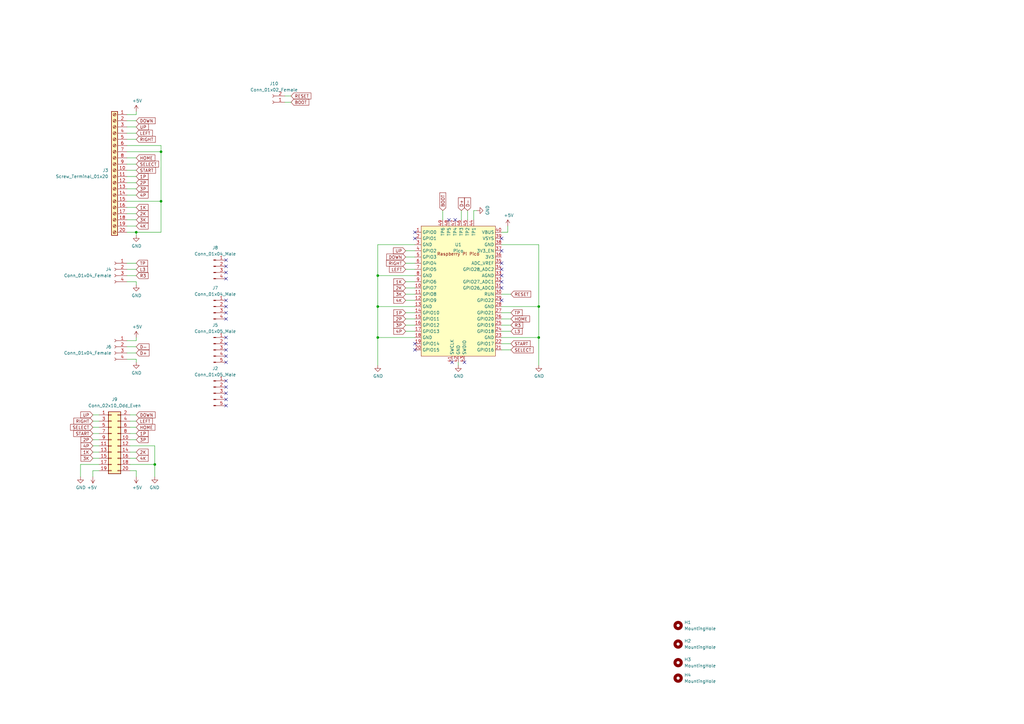
<source format=kicad_sch>
(kicad_sch (version 20211123) (generator eeschema)
  (paper "A3")
  (lib_symbols
    (symbol "Connector:Conn_01x02_Female" (pin_names (offset 1.016) hide)
      (property "Reference" "J" (at 0 2.54 0))
      (property "Value" "Conn_01x02_Female" (at 0 -5.08 0))
      (symbol "Conn_01x02_Female_1_1"
        (arc (start 0 -2.032) (mid -0.508 -2.54) (end 0 -3.048) (stroke (width 0.1524)))
        (polyline (pts (xy -1.27 -2.54) (xy -0.508 -2.54)) (stroke (width 0.1524)))
        (polyline (pts (xy -1.27 0) (xy -0.508 0)) (stroke (width 0.1524)))
        (arc (start 0 0.508) (mid -0.508 0) (end 0 -0.508) (stroke (width 0.1524)))
        (pin passive line (at -5.08 0 0) (length 3.81) (name "Pin_1") (number "1"))
        (pin passive line (at -5.08 -2.54 0) (length 3.81) (name "Pin_2") (number "2"))
      )
    )
    (symbol "Connector:Conn_01x04_Female" (pin_names (offset 1.016) hide)
      (property "Reference" "J" (at 0 5.08 0))
      (property "Value" "Conn_01x04_Female" (at 0 -7.62 0))
      (symbol "Conn_01x04_Female_1_1"
        (arc (start 0 -4.572) (mid -0.508 -5.08) (end 0 -5.588) (stroke (width 0.1524)))
        (arc (start 0 -2.032) (mid -0.508 -2.54) (end 0 -3.048) (stroke (width 0.1524)))
        (polyline (pts (xy -1.27 -5.08) (xy -0.508 -5.08)) (stroke (width 0.1524)))
        (polyline (pts (xy -1.27 -2.54) (xy -0.508 -2.54)) (stroke (width 0.1524)))
        (polyline (pts (xy -1.27 0) (xy -0.508 0)) (stroke (width 0.1524)))
        (polyline (pts (xy -1.27 2.54) (xy -0.508 2.54)) (stroke (width 0.1524)))
        (arc (start 0 0.508) (mid -0.508 0) (end 0 -0.508) (stroke (width 0.1524)))
        (arc (start 0 3.048) (mid -0.508 2.54) (end 0 2.032) (stroke (width 0.1524)))
        (pin passive line (at -5.08 2.54 0) (length 3.81) (name "Pin_1") (number "1"))
        (pin passive line (at -5.08 0 0) (length 3.81) (name "Pin_2") (number "2"))
        (pin passive line (at -5.08 -2.54 0) (length 3.81) (name "Pin_3") (number "3"))
        (pin passive line (at -5.08 -5.08 0) (length 3.81) (name "Pin_4") (number "4"))
      )
    )
    (symbol "Connector:Conn_01x04_Male" (pin_names (offset 1.016) hide)
      (property "Reference" "J" (at 0 5.08 0))
      (property "Value" "Conn_01x04_Male" (at 0 -7.62 0))
      (symbol "Conn_01x04_Male_1_1"
        (polyline (pts (xy 1.27 -5.08) (xy 0.8636 -5.08)) (stroke (width 0.1524)))
        (polyline (pts (xy 1.27 -2.54) (xy 0.8636 -2.54)) (stroke (width 0.1524)))
        (polyline (pts (xy 1.27 0) (xy 0.8636 0)) (stroke (width 0.1524)))
        (polyline (pts (xy 1.27 2.54) (xy 0.8636 2.54)) (stroke (width 0.1524)))
        (rectangle (start 0.8636 -4.953) (end 0 -5.207) (stroke (width 0.1524)) (fill (type outline)))
        (rectangle (start 0.8636 -2.413) (end 0 -2.667) (stroke (width 0.1524)) (fill (type outline)))
        (rectangle (start 0.8636 0.127) (end 0 -0.127) (stroke (width 0.1524)) (fill (type outline)))
        (rectangle (start 0.8636 2.667) (end 0 2.413) (stroke (width 0.1524)) (fill (type outline)))
        (pin passive line (at 5.08 2.54 180) (length 3.81) (name "Pin_1") (number "1"))
        (pin passive line (at 5.08 0 180) (length 3.81) (name "Pin_2") (number "2"))
        (pin passive line (at 5.08 -2.54 180) (length 3.81) (name "Pin_3") (number "3"))
        (pin passive line (at 5.08 -5.08 180) (length 3.81) (name "Pin_4") (number "4"))
      )
    )
    (symbol "Connector:Conn_01x05_Male" (pin_names (offset 1.016) hide)
      (property "Reference" "J" (at 0 7.62 0))
      (property "Value" "Conn_01x05_Male" (at 0 -7.62 0))
      (symbol "Conn_01x05_Male_1_1"
        (polyline (pts (xy 1.27 -5.08) (xy 0.8636 -5.08)) (stroke (width 0.1524)))
        (polyline (pts (xy 1.27 -2.54) (xy 0.8636 -2.54)) (stroke (width 0.1524)))
        (polyline (pts (xy 1.27 0) (xy 0.8636 0)) (stroke (width 0.1524)))
        (polyline (pts (xy 1.27 2.54) (xy 0.8636 2.54)) (stroke (width 0.1524)))
        (polyline (pts (xy 1.27 5.08) (xy 0.8636 5.08)) (stroke (width 0.1524)))
        (rectangle (start 0.8636 -4.953) (end 0 -5.207) (stroke (width 0.1524)) (fill (type outline)))
        (rectangle (start 0.8636 -2.413) (end 0 -2.667) (stroke (width 0.1524)) (fill (type outline)))
        (rectangle (start 0.8636 0.127) (end 0 -0.127) (stroke (width 0.1524)) (fill (type outline)))
        (rectangle (start 0.8636 2.667) (end 0 2.413) (stroke (width 0.1524)) (fill (type outline)))
        (rectangle (start 0.8636 5.207) (end 0 4.953) (stroke (width 0.1524)) (fill (type outline)))
        (pin passive line (at 5.08 5.08 180) (length 3.81) (name "Pin_1") (number "1"))
        (pin passive line (at 5.08 2.54 180) (length 3.81) (name "Pin_2") (number "2"))
        (pin passive line (at 5.08 0 180) (length 3.81) (name "Pin_3") (number "3"))
        (pin passive line (at 5.08 -2.54 180) (length 3.81) (name "Pin_4") (number "4"))
        (pin passive line (at 5.08 -5.08 180) (length 3.81) (name "Pin_5") (number "5"))
      )
    )
    (symbol "Connector:Screw_Terminal_01x20" (pin_names (offset 1.016) hide)
      (property "Reference" "J" (at 0 25.4 0))
      (property "Value" "Screw_Terminal_01x20" (at 0 -27.94 0))
      (symbol "Screw_Terminal_01x20_1_1"
        (rectangle (start -1.27 24.13) (end 1.27 -26.67) (stroke (width 0.254)) (fill (type background)))
        (circle (center 0 -25.4) (radius 0.635) (stroke (width 0.1524)))
        (circle (center 0 -22.86) (radius 0.635) (stroke (width 0.1524)))
        (circle (center 0 -20.32) (radius 0.635) (stroke (width 0.1524)))
        (circle (center 0 -17.78) (radius 0.635) (stroke (width 0.1524)))
        (circle (center 0 -15.24) (radius 0.635) (stroke (width 0.1524)))
        (circle (center 0 -12.7) (radius 0.635) (stroke (width 0.1524)))
        (circle (center 0 -10.16) (radius 0.635) (stroke (width 0.1524)))
        (circle (center 0 -7.62) (radius 0.635) (stroke (width 0.1524)))
        (circle (center 0 -5.08) (radius 0.635) (stroke (width 0.1524)))
        (circle (center 0 -2.54) (radius 0.635) (stroke (width 0.1524)))
        (polyline (pts (xy -0.5334 -25.0698) (xy 0.3302 -25.908)) (stroke (width 0.1524)))
        (polyline (pts (xy -0.5334 -22.5298) (xy 0.3302 -23.368)) (stroke (width 0.1524)))
        (polyline (pts (xy -0.5334 -19.9898) (xy 0.3302 -20.828)) (stroke (width 0.1524)))
        (polyline (pts (xy -0.5334 -17.4498) (xy 0.3302 -18.288)) (stroke (width 0.1524)))
        (polyline (pts (xy -0.5334 -14.9098) (xy 0.3302 -15.748)) (stroke (width 0.1524)))
        (polyline (pts (xy -0.5334 -12.3698) (xy 0.3302 -13.208)) (stroke (width 0.1524)))
        (polyline (pts (xy -0.5334 -9.8298) (xy 0.3302 -10.668)) (stroke (width 0.1524)))
        (polyline (pts (xy -0.5334 -7.2898) (xy 0.3302 -8.128)) (stroke (width 0.1524)))
        (polyline (pts (xy -0.5334 -4.7498) (xy 0.3302 -5.588)) (stroke (width 0.1524)))
        (polyline (pts (xy -0.5334 -2.2098) (xy 0.3302 -3.048)) (stroke (width 0.1524)))
        (polyline (pts (xy -0.5334 0.3302) (xy 0.3302 -0.508)) (stroke (width 0.1524)))
        (polyline (pts (xy -0.5334 2.8702) (xy 0.3302 2.032)) (stroke (width 0.1524)))
        (polyline (pts (xy -0.5334 5.4102) (xy 0.3302 4.572)) (stroke (width 0.1524)))
        (polyline (pts (xy -0.5334 7.9502) (xy 0.3302 7.112)) (stroke (width 0.1524)))
        (polyline (pts (xy -0.5334 10.4902) (xy 0.3302 9.652)) (stroke (width 0.1524)))
        (polyline (pts (xy -0.5334 13.0302) (xy 0.3302 12.192)) (stroke (width 0.1524)))
        (polyline (pts (xy -0.5334 15.5702) (xy 0.3302 14.732)) (stroke (width 0.1524)))
        (polyline (pts (xy -0.5334 18.1102) (xy 0.3302 17.272)) (stroke (width 0.1524)))
        (polyline (pts (xy -0.5334 20.6502) (xy 0.3302 19.812)) (stroke (width 0.1524)))
        (polyline (pts (xy -0.5334 23.1902) (xy 0.3302 22.352)) (stroke (width 0.1524)))
        (polyline (pts (xy -0.3556 -24.892) (xy 0.508 -25.7302)) (stroke (width 0.1524)))
        (polyline (pts (xy -0.3556 -22.352) (xy 0.508 -23.1902)) (stroke (width 0.1524)))
        (polyline (pts (xy -0.3556 -19.812) (xy 0.508 -20.6502)) (stroke (width 0.1524)))
        (polyline (pts (xy -0.3556 -17.272) (xy 0.508 -18.1102)) (stroke (width 0.1524)))
        (polyline (pts (xy -0.3556 -14.732) (xy 0.508 -15.5702)) (stroke (width 0.1524)))
        (polyline (pts (xy -0.3556 -12.192) (xy 0.508 -13.0302)) (stroke (width 0.1524)))
        (polyline (pts (xy -0.3556 -9.652) (xy 0.508 -10.4902)) (stroke (width 0.1524)))
        (polyline (pts (xy -0.3556 -7.112) (xy 0.508 -7.9502)) (stroke (width 0.1524)))
        (polyline (pts (xy -0.3556 -4.572) (xy 0.508 -5.4102)) (stroke (width 0.1524)))
        (polyline (pts (xy -0.3556 -2.032) (xy 0.508 -2.8702)) (stroke (width 0.1524)))
        (polyline (pts (xy -0.3556 0.508) (xy 0.508 -0.3302)) (stroke (width 0.1524)))
        (polyline (pts (xy -0.3556 3.048) (xy 0.508 2.2098)) (stroke (width 0.1524)))
        (polyline (pts (xy -0.3556 5.588) (xy 0.508 4.7498)) (stroke (width 0.1524)))
        (polyline (pts (xy -0.3556 8.128) (xy 0.508 7.2898)) (stroke (width 0.1524)))
        (polyline (pts (xy -0.3556 10.668) (xy 0.508 9.8298)) (stroke (width 0.1524)))
        (polyline (pts (xy -0.3556 13.208) (xy 0.508 12.3698)) (stroke (width 0.1524)))
        (polyline (pts (xy -0.3556 15.748) (xy 0.508 14.9098)) (stroke (width 0.1524)))
        (polyline (pts (xy -0.3556 18.288) (xy 0.508 17.4498)) (stroke (width 0.1524)))
        (polyline (pts (xy -0.3556 20.828) (xy 0.508 19.9898)) (stroke (width 0.1524)))
        (polyline (pts (xy -0.3556 23.368) (xy 0.508 22.5298)) (stroke (width 0.1524)))
        (circle (center 0 0) (radius 0.635) (stroke (width 0.1524)))
        (circle (center 0 2.54) (radius 0.635) (stroke (width 0.1524)))
        (circle (center 0 5.08) (radius 0.635) (stroke (width 0.1524)))
        (circle (center 0 7.62) (radius 0.635) (stroke (width 0.1524)))
        (circle (center 0 10.16) (radius 0.635) (stroke (width 0.1524)))
        (circle (center 0 12.7) (radius 0.635) (stroke (width 0.1524)))
        (circle (center 0 15.24) (radius 0.635) (stroke (width 0.1524)))
        (circle (center 0 17.78) (radius 0.635) (stroke (width 0.1524)))
        (circle (center 0 20.32) (radius 0.635) (stroke (width 0.1524)))
        (circle (center 0 22.86) (radius 0.635) (stroke (width 0.1524)))
        (pin passive line (at -5.08 22.86 0) (length 3.81) (name "Pin_1") (number "1"))
        (pin passive line (at -5.08 0 0) (length 3.81) (name "Pin_10") (number "10"))
        (pin passive line (at -5.08 -2.54 0) (length 3.81) (name "Pin_11") (number "11"))
        (pin passive line (at -5.08 -5.08 0) (length 3.81) (name "Pin_12") (number "12"))
        (pin passive line (at -5.08 -7.62 0) (length 3.81) (name "Pin_13") (number "13"))
        (pin passive line (at -5.08 -10.16 0) (length 3.81) (name "Pin_14") (number "14"))
        (pin passive line (at -5.08 -12.7 0) (length 3.81) (name "Pin_15") (number "15"))
        (pin passive line (at -5.08 -15.24 0) (length 3.81) (name "Pin_16") (number "16"))
        (pin passive line (at -5.08 -17.78 0) (length 3.81) (name "Pin_17") (number "17"))
        (pin passive line (at -5.08 -20.32 0) (length 3.81) (name "Pin_18") (number "18"))
        (pin passive line (at -5.08 -22.86 0) (length 3.81) (name "Pin_19") (number "19"))
        (pin passive line (at -5.08 20.32 0) (length 3.81) (name "Pin_2") (number "2"))
        (pin passive line (at -5.08 -25.4 0) (length 3.81) (name "Pin_20") (number "20"))
        (pin passive line (at -5.08 17.78 0) (length 3.81) (name "Pin_3") (number "3"))
        (pin passive line (at -5.08 15.24 0) (length 3.81) (name "Pin_4") (number "4"))
        (pin passive line (at -5.08 12.7 0) (length 3.81) (name "Pin_5") (number "5"))
        (pin passive line (at -5.08 10.16 0) (length 3.81) (name "Pin_6") (number "6"))
        (pin passive line (at -5.08 7.62 0) (length 3.81) (name "Pin_7") (number "7"))
        (pin passive line (at -5.08 5.08 0) (length 3.81) (name "Pin_8") (number "8"))
        (pin passive line (at -5.08 2.54 0) (length 3.81) (name "Pin_9") (number "9"))
      )
    )
    (symbol "Connector_Generic:Conn_02x10_Odd_Even" (pin_names (offset 1.016) hide)
      (property "Reference" "J" (at 1.27 12.7 0))
      (property "Value" "Conn_02x10_Odd_Even" (at 1.27 -15.24 0))
      (symbol "Conn_02x10_Odd_Even_1_1"
        (rectangle (start -1.27 -12.573) (end 0 -12.827) (stroke (width 0.1524)))
        (rectangle (start -1.27 -10.033) (end 0 -10.287) (stroke (width 0.1524)))
        (rectangle (start -1.27 -7.493) (end 0 -7.747) (stroke (width 0.1524)))
        (rectangle (start -1.27 -4.953) (end 0 -5.207) (stroke (width 0.1524)))
        (rectangle (start -1.27 -2.413) (end 0 -2.667) (stroke (width 0.1524)))
        (rectangle (start -1.27 0.127) (end 0 -0.127) (stroke (width 0.1524)))
        (rectangle (start -1.27 2.667) (end 0 2.413) (stroke (width 0.1524)))
        (rectangle (start -1.27 5.207) (end 0 4.953) (stroke (width 0.1524)))
        (rectangle (start -1.27 7.747) (end 0 7.493) (stroke (width 0.1524)))
        (rectangle (start -1.27 10.287) (end 0 10.033) (stroke (width 0.1524)))
        (rectangle (start -1.27 11.43) (end 3.81 -13.97) (stroke (width 0.254)) (fill (type background)))
        (rectangle (start 3.81 -12.573) (end 2.54 -12.827) (stroke (width 0.1524)))
        (rectangle (start 3.81 -10.033) (end 2.54 -10.287) (stroke (width 0.1524)))
        (rectangle (start 3.81 -7.493) (end 2.54 -7.747) (stroke (width 0.1524)))
        (rectangle (start 3.81 -4.953) (end 2.54 -5.207) (stroke (width 0.1524)))
        (rectangle (start 3.81 -2.413) (end 2.54 -2.667) (stroke (width 0.1524)))
        (rectangle (start 3.81 0.127) (end 2.54 -0.127) (stroke (width 0.1524)))
        (rectangle (start 3.81 2.667) (end 2.54 2.413) (stroke (width 0.1524)))
        (rectangle (start 3.81 5.207) (end 2.54 4.953) (stroke (width 0.1524)))
        (rectangle (start 3.81 7.747) (end 2.54 7.493) (stroke (width 0.1524)))
        (rectangle (start 3.81 10.287) (end 2.54 10.033) (stroke (width 0.1524)))
        (pin passive line (at -5.08 10.16 0) (length 3.81) (name "Pin_1") (number "1"))
        (pin passive line (at 7.62 0 180) (length 3.81) (name "Pin_10") (number "10"))
        (pin passive line (at -5.08 -2.54 0) (length 3.81) (name "Pin_11") (number "11"))
        (pin passive line (at 7.62 -2.54 180) (length 3.81) (name "Pin_12") (number "12"))
        (pin passive line (at -5.08 -5.08 0) (length 3.81) (name "Pin_13") (number "13"))
        (pin passive line (at 7.62 -5.08 180) (length 3.81) (name "Pin_14") (number "14"))
        (pin passive line (at -5.08 -7.62 0) (length 3.81) (name "Pin_15") (number "15"))
        (pin passive line (at 7.62 -7.62 180) (length 3.81) (name "Pin_16") (number "16"))
        (pin passive line (at -5.08 -10.16 0) (length 3.81) (name "Pin_17") (number "17"))
        (pin passive line (at 7.62 -10.16 180) (length 3.81) (name "Pin_18") (number "18"))
        (pin passive line (at -5.08 -12.7 0) (length 3.81) (name "Pin_19") (number "19"))
        (pin passive line (at 7.62 10.16 180) (length 3.81) (name "Pin_2") (number "2"))
        (pin passive line (at 7.62 -12.7 180) (length 3.81) (name "Pin_20") (number "20"))
        (pin passive line (at -5.08 7.62 0) (length 3.81) (name "Pin_3") (number "3"))
        (pin passive line (at 7.62 7.62 180) (length 3.81) (name "Pin_4") (number "4"))
        (pin passive line (at -5.08 5.08 0) (length 3.81) (name "Pin_5") (number "5"))
        (pin passive line (at 7.62 5.08 180) (length 3.81) (name "Pin_6") (number "6"))
        (pin passive line (at -5.08 2.54 0) (length 3.81) (name "Pin_7") (number "7"))
        (pin passive line (at 7.62 2.54 180) (length 3.81) (name "Pin_8") (number "8"))
        (pin passive line (at -5.08 0 0) (length 3.81) (name "Pin_9") (number "9"))
      )
    )
    (symbol "MCU_RaspberryPi_and_Boards:Pico"
      (property "Reference" "U" (at -13.97 27.94 0))
      (property "Value" "Pico" (at 0 -16.51 0))
      (symbol "Pico_0_0"
        (text "Raspberry Pi Pico" (at 0 15.24 0) (effects (font (size 1.27 1.27))))
      )
      (symbol "Pico_0_1"
        (rectangle (start -15.24 26.67) (end 15.24 -26.67) (fill (type background)))
      )
      (symbol "Pico_1_1"
        (pin bidirectional line (at -17.78 24.13 0) (length 2.54) (name "GPIO0") (number "1"))
        (pin bidirectional line (at -17.78 1.27 0) (length 2.54) (name "GPIO7") (number "10"))
        (pin bidirectional line (at -17.78 -1.27 0) (length 2.54) (name "GPIO8") (number "11"))
        (pin bidirectional line (at -17.78 -3.81 0) (length 2.54) (name "GPIO9") (number "12"))
        (pin power_in line (at -17.78 -6.35 0) (length 2.54) (name "GND") (number "13"))
        (pin bidirectional line (at -17.78 -8.89 0) (length 2.54) (name "GPIO10") (number "14"))
        (pin bidirectional line (at -17.78 -11.43 0) (length 2.54) (name "GPIO11") (number "15"))
        (pin bidirectional line (at -17.78 -13.97 0) (length 2.54) (name "GPIO12") (number "16"))
        (pin bidirectional line (at -17.78 -16.51 0) (length 2.54) (name "GPIO13") (number "17"))
        (pin power_in line (at -17.78 -19.05 0) (length 2.54) (name "GND") (number "18"))
        (pin bidirectional line (at -17.78 -21.59 0) (length 2.54) (name "GPIO14") (number "19"))
        (pin bidirectional line (at -17.78 21.59 0) (length 2.54) (name "GPIO1") (number "2"))
        (pin bidirectional line (at -17.78 -24.13 0) (length 2.54) (name "GPIO15") (number "20"))
        (pin bidirectional line (at 17.78 -24.13 180) (length 2.54) (name "GPIO16") (number "21"))
        (pin bidirectional line (at 17.78 -21.59 180) (length 2.54) (name "GPIO17") (number "22"))
        (pin power_in line (at 17.78 -19.05 180) (length 2.54) (name "GND") (number "23"))
        (pin bidirectional line (at 17.78 -16.51 180) (length 2.54) (name "GPIO18") (number "24"))
        (pin bidirectional line (at 17.78 -13.97 180) (length 2.54) (name "GPIO19") (number "25"))
        (pin bidirectional line (at 17.78 -11.43 180) (length 2.54) (name "GPIO20") (number "26"))
        (pin bidirectional line (at 17.78 -8.89 180) (length 2.54) (name "GPIO21") (number "27"))
        (pin power_in line (at 17.78 -6.35 180) (length 2.54) (name "GND") (number "28"))
        (pin bidirectional line (at 17.78 -3.81 180) (length 2.54) (name "GPIO22") (number "29"))
        (pin power_in line (at -17.78 19.05 0) (length 2.54) (name "GND") (number "3"))
        (pin input line (at 17.78 -1.27 180) (length 2.54) (name "RUN") (number "30"))
        (pin bidirectional line (at 17.78 1.27 180) (length 2.54) (name "GPIO26_ADC0") (number "31"))
        (pin bidirectional line (at 17.78 3.81 180) (length 2.54) (name "GPIO27_ADC1") (number "32"))
        (pin power_in line (at 17.78 6.35 180) (length 2.54) (name "AGND") (number "33"))
        (pin bidirectional line (at 17.78 8.89 180) (length 2.54) (name "GPIO28_ADC2") (number "34"))
        (pin power_in line (at 17.78 11.43 180) (length 2.54) (name "ADC_VREF") (number "35"))
        (pin power_in line (at 17.78 13.97 180) (length 2.54) (name "3V3") (number "36"))
        (pin input line (at 17.78 16.51 180) (length 2.54) (name "3V3_EN") (number "37"))
        (pin bidirectional line (at 17.78 19.05 180) (length 2.54) (name "GND") (number "38"))
        (pin power_in line (at 17.78 21.59 180) (length 2.54) (name "VSYS") (number "39"))
        (pin bidirectional line (at -17.78 16.51 0) (length 2.54) (name "GPIO2") (number "4"))
        (pin power_in line (at 17.78 24.13 180) (length 2.54) (name "VBUS") (number "40"))
        (pin input line (at -2.54 -29.21 90) (length 2.54) (name "SWCLK") (number "41"))
        (pin power_in line (at 0 -29.21 90) (length 2.54) (name "GND") (number "42"))
        (pin bidirectional line (at 2.54 -29.21 90) (length 2.54) (name "SWDIO") (number "43"))
        (pin input line (at 6.35 29.21 270) (length 2.54) (name "TP1") (number "44"))
        (pin input line (at 3.81 29.21 270) (length 2.54) (name "TP2") (number "45"))
        (pin input line (at 1.27 29.21 270) (length 2.54) (name "TP3") (number "46"))
        (pin input line (at -1.27 29.21 270) (length 2.54) (name "TP4") (number "47"))
        (pin input line (at -3.81 29.21 270) (length 2.54) (name "TP5") (number "48"))
        (pin input line (at -6.35 29.21 270) (length 2.54) (name "TP6") (number "49"))
        (pin bidirectional line (at -17.78 13.97 0) (length 2.54) (name "GPIO3") (number "5"))
        (pin bidirectional line (at -17.78 11.43 0) (length 2.54) (name "GPIO4") (number "6"))
        (pin bidirectional line (at -17.78 8.89 0) (length 2.54) (name "GPIO5") (number "7"))
        (pin power_in line (at -17.78 6.35 0) (length 2.54) (name "GND") (number "8"))
        (pin bidirectional line (at -17.78 3.81 0) (length 2.54) (name "GPIO6") (number "9"))
      )
    )
    (symbol "Mechanical:MountingHole" (pin_names (offset 1.016))
      (property "Reference" "H" (at 0 5.08 0))
      (property "Value" "MountingHole" (at 0 3.175 0))
      (symbol "MountingHole_0_1"
        (circle (center 0 0) (radius 1.27) (stroke (width 1.27)))
      )
    )
    (symbol "power:+5V" (power) (pin_names (offset 0))
      (property "Value" "+5V" (at 0 3.556 0))
      (symbol "+5V_0_1"
        (polyline (pts (xy -0.762 1.27) (xy 0 2.54)))
        (polyline (pts (xy 0 0) (xy 0 2.54)))
        (polyline (pts (xy 0 2.54) (xy 0.762 1.27)))
      )
      (symbol "+5V_1_1"
        (pin power_in line (at 0 0 90) (length 0) hide (name "+5V") (number "1"))
      )
    )
    (symbol "power:GND" (power) (pin_names (offset 0))
      (property "Value" "GND" (at 0 -3.81 0))
      (symbol "GND_0_1"
        (polyline (pts (xy 0 0) (xy 0 -1.27) (xy 1.27 -1.27) (xy 0 -2.54) (xy -1.27 -1.27) (xy 0 -1.27)))
      )
      (symbol "GND_1_1"
        (pin power_in line (at 0 0 270) (length 0) hide (name "GND") (number "1"))
      )
    )
  )
  (junction (at 55.88 95.25))
  (junction (at 66.04 82.55))
  (junction (at 220.98 138.43))
  (junction (at 154.94 138.43))
  (junction (at 154.94 113.03))
  (junction (at 154.94 125.73))
  (junction (at 63.5 190.5))
  (junction (at 220.98 125.73))
  (junction (at 66.04 62.23))
  (no_connect (at 205.74 107.95))
  (no_connect (at 205.74 97.79))
  (no_connect (at 170.18 97.79))
  (no_connect (at 170.18 95.25))
  (no_connect (at 184.15 90.17))
  (no_connect (at 186.69 90.17))
  (no_connect (at 205.74 123.19))
  (no_connect (at 92.71 114.3))
  (no_connect (at 92.71 106.68))
  (no_connect (at 92.71 109.22))
  (no_connect (at 92.71 111.76))
  (no_connect (at 92.71 130.81))
  (no_connect (at 92.71 123.19))
  (no_connect (at 92.71 125.73))
  (no_connect (at 92.71 128.27))
  (no_connect (at 92.71 146.05))
  (no_connect (at 92.71 138.43))
  (no_connect (at 92.71 140.97))
  (no_connect (at 92.71 143.51))
  (no_connect (at 92.71 166.37))
  (no_connect (at 92.71 148.59))
  (no_connect (at 92.71 156.21))
  (no_connect (at 92.71 158.75))
  (no_connect (at 92.71 161.29))
  (no_connect (at 92.71 163.83))
  (no_connect (at 205.74 113.03))
  (no_connect (at 185.42 148.59))
  (no_connect (at 190.5 148.59))
  (no_connect (at 170.18 143.51))
  (no_connect (at 205.74 102.87))
  (no_connect (at 205.74 115.57))
  (no_connect (at 205.74 110.49))
  (no_connect (at 205.74 118.11))
  (no_connect (at 170.18 140.97))
  (wire (pts (xy 189.23 86.36) (xy 189.23 90.17)))
  (wire (pts (xy 181.61 86.36) (xy 181.61 90.17)))
  (wire (pts (xy 52.07 72.39) (xy 55.88 72.39)))
  (wire (pts (xy 170.18 100.33) (xy 154.94 100.33)))
  (wire (pts (xy 53.34 193.04) (xy 55.88 193.04)))
  (wire (pts (xy 53.34 170.18) (xy 55.88 170.18)))
  (wire (pts (xy 52.07 57.15) (xy 55.88 57.15)))
  (wire (pts (xy 38.1 180.34) (xy 40.64 180.34)))
  (wire (pts (xy 119.38 41.91) (xy 116.84 41.91)))
  (wire (pts (xy 52.07 69.85) (xy 55.88 69.85)))
  (wire (pts (xy 205.74 120.65) (xy 209.55 120.65)))
  (wire (pts (xy 52.07 87.63) (xy 55.88 87.63)))
  (wire (pts (xy 38.1 182.88) (xy 40.64 182.88)))
  (wire (pts (xy 55.88 193.04) (xy 55.88 195.58)))
  (wire (pts (xy 205.74 125.73) (xy 220.98 125.73)))
  (wire (pts (xy 166.37 130.81) (xy 170.18 130.81)))
  (wire (pts (xy 166.37 133.35) (xy 170.18 133.35)))
  (wire (pts (xy 208.28 95.25) (xy 208.28 92.71)))
  (wire (pts (xy 166.37 118.11) (xy 170.18 118.11)))
  (wire (pts (xy 52.07 64.77) (xy 55.88 64.77)))
  (wire (pts (xy 55.88 115.57) (xy 55.88 116.84)))
  (wire (pts (xy 66.04 95.25) (xy 55.88 95.25)))
  (wire (pts (xy 52.07 46.99) (xy 55.88 46.99)))
  (wire (pts (xy 166.37 115.57) (xy 170.18 115.57)))
  (wire (pts (xy 194.31 86.36) (xy 194.31 90.17)))
  (wire (pts (xy 166.37 120.65) (xy 170.18 120.65)))
  (wire (pts (xy 52.07 82.55) (xy 66.04 82.55)))
  (wire (pts (xy 53.34 182.88) (xy 63.5 182.88)))
  (wire (pts (xy 220.98 138.43) (xy 220.98 149.86)))
  (wire (pts (xy 52.07 74.93) (xy 55.88 74.93)))
  (wire (pts (xy 52.07 144.78) (xy 55.88 144.78)))
  (wire (pts (xy 52.07 80.01) (xy 55.88 80.01)))
  (wire (pts (xy 55.88 139.7) (xy 52.07 139.7)))
  (wire (pts (xy 52.07 59.69) (xy 66.04 59.69)))
  (wire (pts (xy 170.18 125.73) (xy 154.94 125.73)))
  (wire (pts (xy 170.18 138.43) (xy 154.94 138.43)))
  (wire (pts (xy 38.1 187.96) (xy 40.64 187.96)))
  (wire (pts (xy 52.07 49.53) (xy 55.88 49.53)))
  (wire (pts (xy 53.34 187.96) (xy 55.88 187.96)))
  (wire (pts (xy 38.1 177.8) (xy 40.64 177.8)))
  (wire (pts (xy 53.34 175.26) (xy 55.88 175.26)))
  (wire (pts (xy 166.37 102.87) (xy 170.18 102.87)))
  (wire (pts (xy 52.07 92.71) (xy 55.88 92.71)))
  (wire (pts (xy 170.18 113.03) (xy 154.94 113.03)))
  (wire (pts (xy 205.74 100.33) (xy 220.98 100.33)))
  (wire (pts (xy 166.37 128.27) (xy 170.18 128.27)))
  (wire (pts (xy 66.04 59.69) (xy 66.04 62.23)))
  (wire (pts (xy 166.37 110.49) (xy 170.18 110.49)))
  (wire (pts (xy 38.1 172.72) (xy 40.64 172.72)))
  (wire (pts (xy 166.37 123.19) (xy 170.18 123.19)))
  (wire (pts (xy 154.94 100.33) (xy 154.94 113.03)))
  (wire (pts (xy 119.38 39.37) (xy 116.84 39.37)))
  (wire (pts (xy 52.07 52.07) (xy 55.88 52.07)))
  (wire (pts (xy 220.98 100.33) (xy 220.98 125.73)))
  (wire (pts (xy 52.07 85.09) (xy 55.88 85.09)))
  (wire (pts (xy 205.74 133.35) (xy 209.55 133.35)))
  (wire (pts (xy 195.58 86.36) (xy 194.31 86.36)))
  (wire (pts (xy 53.34 190.5) (xy 63.5 190.5)))
  (wire (pts (xy 55.88 95.25) (xy 55.88 96.52)))
  (wire (pts (xy 33.02 195.58) (xy 33.02 190.5)))
  (wire (pts (xy 205.74 135.89) (xy 209.55 135.89)))
  (wire (pts (xy 55.88 147.32) (xy 55.88 148.59)))
  (wire (pts (xy 52.07 110.49) (xy 55.88 110.49)))
  (wire (pts (xy 205.74 143.51) (xy 209.55 143.51)))
  (wire (pts (xy 38.1 175.26) (xy 40.64 175.26)))
  (wire (pts (xy 205.74 140.97) (xy 209.55 140.97)))
  (wire (pts (xy 205.74 128.27) (xy 209.55 128.27)))
  (wire (pts (xy 53.34 177.8) (xy 55.88 177.8)))
  (wire (pts (xy 205.74 130.81) (xy 209.55 130.81)))
  (wire (pts (xy 63.5 182.88) (xy 63.5 190.5)))
  (wire (pts (xy 52.07 107.95) (xy 55.88 107.95)))
  (wire (pts (xy 33.02 190.5) (xy 40.64 190.5)))
  (wire (pts (xy 63.5 195.58) (xy 63.5 190.5)))
  (wire (pts (xy 154.94 138.43) (xy 154.94 149.86)))
  (wire (pts (xy 52.07 90.17) (xy 55.88 90.17)))
  (wire (pts (xy 66.04 62.23) (xy 66.04 82.55)))
  (wire (pts (xy 205.74 95.25) (xy 208.28 95.25)))
  (wire (pts (xy 166.37 107.95) (xy 170.18 107.95)))
  (wire (pts (xy 187.96 148.59) (xy 187.96 149.86)))
  (wire (pts (xy 52.07 62.23) (xy 66.04 62.23)))
  (wire (pts (xy 66.04 82.55) (xy 66.04 95.25)))
  (wire (pts (xy 55.88 46.99) (xy 55.88 45.72)))
  (wire (pts (xy 53.34 172.72) (xy 55.88 172.72)))
  (wire (pts (xy 205.74 138.43) (xy 220.98 138.43)))
  (wire (pts (xy 38.1 193.04) (xy 38.1 195.58)))
  (wire (pts (xy 53.34 185.42) (xy 55.88 185.42)))
  (wire (pts (xy 166.37 135.89) (xy 170.18 135.89)))
  (wire (pts (xy 154.94 113.03) (xy 154.94 125.73)))
  (wire (pts (xy 38.1 185.42) (xy 40.64 185.42)))
  (wire (pts (xy 38.1 170.18) (xy 40.64 170.18)))
  (wire (pts (xy 40.64 193.04) (xy 38.1 193.04)))
  (wire (pts (xy 220.98 125.73) (xy 220.98 138.43)))
  (wire (pts (xy 52.07 95.25) (xy 55.88 95.25)))
  (wire (pts (xy 191.77 86.36) (xy 191.77 90.17)))
  (wire (pts (xy 53.34 180.34) (xy 55.88 180.34)))
  (wire (pts (xy 52.07 77.47) (xy 55.88 77.47)))
  (wire (pts (xy 154.94 125.73) (xy 154.94 138.43)))
  (wire (pts (xy 52.07 147.32) (xy 55.88 147.32)))
  (wire (pts (xy 52.07 113.03) (xy 55.88 113.03)))
  (wire (pts (xy 52.07 67.31) (xy 55.88 67.31)))
  (wire (pts (xy 52.07 115.57) (xy 55.88 115.57)))
  (wire (pts (xy 166.37 105.41) (xy 170.18 105.41)))
  (wire (pts (xy 52.07 142.24) (xy 55.88 142.24)))
  (wire (pts (xy 52.07 54.61) (xy 55.88 54.61)))
  (wire (pts (xy 55.88 138.43) (xy 55.88 139.7)))
  (global_label "2P" (shape input) (at 166.37 130.81 180) (property "Intersheet References" "${INTERSHEET_REFS}" (effects hide)))
  (global_label "1K" (shape input) (at 38.1 185.42 180) (property "Intersheet References" "${INTERSHEET_REFS}" (effects hide)))
  (global_label "RIGHT" (shape input) (at 166.37 107.95 180) (property "Intersheet References" "${INTERSHEET_REFS}" (effects hide)))
  (global_label "START" (shape input) (at 55.88 69.85 0) (property "Intersheet References" "${INTERSHEET_REFS}" (effects hide)))
  (global_label "R3" (shape input) (at 55.88 113.03 0) (property "Intersheet References" "${INTERSHEET_REFS}" (effects hide)))
  (global_label "4K" (shape input) (at 166.37 123.19 180) (property "Intersheet References" "${INTERSHEET_REFS}" (effects hide)))
  (global_label "RESET" (shape input) (at 209.55 120.65 0) (property "Intersheet References" "${INTERSHEET_REFS}" (effects hide)))
  (global_label "L3" (shape input) (at 55.88 110.49 0) (property "Intersheet References" "${INTERSHEET_REFS}" (effects hide)))
  (global_label "2K" (shape input) (at 55.88 185.42 0) (property "Intersheet References" "${INTERSHEET_REFS}" (effects hide)))
  (global_label "HOME" (shape input) (at 209.55 130.81 0) (property "Intersheet References" "${INTERSHEET_REFS}" (effects hide)))
  (global_label "1P" (shape input) (at 166.37 128.27 180) (property "Intersheet References" "${INTERSHEET_REFS}" (effects hide)))
  (global_label "4K" (shape input) (at 55.88 92.71 0) (property "Intersheet References" "${INTERSHEET_REFS}" (effects hide)))
  (global_label "BOOT" (shape input) (at 119.38 41.91 0) (property "Intersheet References" "${INTERSHEET_REFS}" (effects hide)))
  (global_label "2K" (shape input) (at 55.88 87.63 0) (property "Intersheet References" "${INTERSHEET_REFS}" (effects hide)))
  (global_label "LEFT" (shape input) (at 166.37 110.49 180) (property "Intersheet References" "${INTERSHEET_REFS}" (effects hide)))
  (global_label "3K" (shape input) (at 38.1 187.96 180) (property "Intersheet References" "${INTERSHEET_REFS}" (effects hide)))
  (global_label "1P" (shape input) (at 55.88 177.8 0) (property "Intersheet References" "${INTERSHEET_REFS}" (effects hide)))
  (global_label "R3" (shape input) (at 209.55 133.35 0) (property "Intersheet References" "${INTERSHEET_REFS}" (effects hide)))
  (global_label "SELECT" (shape input) (at 38.1 175.26 180) (property "Intersheet References" "${INTERSHEET_REFS}" (effects hide)))
  (global_label "3P" (shape input) (at 55.88 77.47 0) (property "Intersheet References" "${INTERSHEET_REFS}" (effects hide)))
  (global_label "2K" (shape input) (at 166.37 118.11 180) (property "Intersheet References" "${INTERSHEET_REFS}" (effects hide)))
  (global_label "UP" (shape input) (at 38.1 170.18 180) (property "Intersheet References" "${INTERSHEET_REFS}" (effects hide)))
  (global_label "4K" (shape input) (at 55.88 187.96 0) (property "Intersheet References" "${INTERSHEET_REFS}" (effects hide)))
  (global_label "SELECT" (shape input) (at 209.55 143.51 0) (property "Intersheet References" "${INTERSHEET_REFS}" (effects hide)))
  (global_label "D+" (shape input) (at 55.88 144.78 0) (property "Intersheet References" "${INTERSHEET_REFS}" (effects hide)))
  (global_label "HOME" (shape input) (at 55.88 175.26 0) (property "Intersheet References" "${INTERSHEET_REFS}" (effects hide)))
  (global_label "2P" (shape input) (at 38.1 180.34 180) (property "Intersheet References" "${INTERSHEET_REFS}" (effects hide)))
  (global_label "D-" (shape input) (at 191.77 86.36 90) (property "Intersheet References" "${INTERSHEET_REFS}" (effects hide)))
  (global_label "1K" (shape input) (at 55.88 85.09 0) (property "Intersheet References" "${INTERSHEET_REFS}" (effects hide)))
  (global_label "DOWN" (shape input) (at 55.88 49.53 0) (property "Intersheet References" "${INTERSHEET_REFS}" (effects hide)))
  (global_label "UP" (shape input) (at 55.88 52.07 0) (property "Intersheet References" "${INTERSHEET_REFS}" (effects hide)))
  (global_label "TP" (shape input) (at 55.88 107.95 0) (property "Intersheet References" "${INTERSHEET_REFS}" (effects hide)))
  (global_label "HOME" (shape input) (at 55.88 64.77 0) (property "Intersheet References" "${INTERSHEET_REFS}" (effects hide)))
  (global_label "4P" (shape input) (at 38.1 182.88 180) (property "Intersheet References" "${INTERSHEET_REFS}" (effects hide)))
  (global_label "DOWN" (shape input) (at 55.88 170.18 0) (property "Intersheet References" "${INTERSHEET_REFS}" (effects hide)))
  (global_label "START" (shape input) (at 38.1 177.8 180) (property "Intersheet References" "${INTERSHEET_REFS}" (effects hide)))
  (global_label "3P" (shape input) (at 55.88 180.34 0) (property "Intersheet References" "${INTERSHEET_REFS}" (effects hide)))
  (global_label "UP" (shape input) (at 166.37 102.87 180) (property "Intersheet References" "${INTERSHEET_REFS}" (effects hide)))
  (global_label "1K" (shape input) (at 166.37 115.57 180) (property "Intersheet References" "${INTERSHEET_REFS}" (effects hide)))
  (global_label "RESET" (shape input) (at 119.38 39.37 0) (property "Intersheet References" "${INTERSHEET_REFS}" (effects hide)))
  (global_label "BOOT" (shape input) (at 181.61 86.36 90) (property "Intersheet References" "${INTERSHEET_REFS}" (effects hide)))
  (global_label "3K" (shape input) (at 55.88 90.17 0) (property "Intersheet References" "${INTERSHEET_REFS}" (effects hide)))
  (global_label "D-" (shape input) (at 55.88 142.24 0) (property "Intersheet References" "${INTERSHEET_REFS}" (effects hide)))
  (global_label "1P" (shape input) (at 55.88 72.39 0) (property "Intersheet References" "${INTERSHEET_REFS}" (effects hide)))
  (global_label "TP" (shape input) (at 209.55 128.27 0) (property "Intersheet References" "${INTERSHEET_REFS}" (effects hide)))
  (global_label "4P" (shape input) (at 166.37 135.89 180) (property "Intersheet References" "${INTERSHEET_REFS}" (effects hide)))
  (global_label "RIGHT" (shape input) (at 55.88 57.15 0) (property "Intersheet References" "${INTERSHEET_REFS}" (effects hide)))
  (global_label "4P" (shape input) (at 55.88 80.01 0) (property "Intersheet References" "${INTERSHEET_REFS}" (effects hide)))
  (global_label "LEFT" (shape input) (at 55.88 172.72 0) (property "Intersheet References" "${INTERSHEET_REFS}" (effects hide)))
  (global_label "2P" (shape input) (at 55.88 74.93 0) (property "Intersheet References" "${INTERSHEET_REFS}" (effects hide)))
  (global_label "L3" (shape input) (at 209.55 135.89 0) (property "Intersheet References" "${INTERSHEET_REFS}" (effects hide)))
  (global_label "RIGHT" (shape input) (at 38.1 172.72 180) (property "Intersheet References" "${INTERSHEET_REFS}" (effects hide)))
  (global_label "D+" (shape input) (at 189.23 86.36 90) (property "Intersheet References" "${INTERSHEET_REFS}" (effects hide)))
  (global_label "SELECT" (shape input) (at 55.88 67.31 0) (property "Intersheet References" "${INTERSHEET_REFS}" (effects hide)))
  (global_label "3P" (shape input) (at 166.37 133.35 180) (property "Intersheet References" "${INTERSHEET_REFS}" (effects hide)))
  (global_label "DOWN" (shape input) (at 166.37 105.41 180) (property "Intersheet References" "${INTERSHEET_REFS}" (effects hide)))
  (global_label "START" (shape input) (at 209.55 140.97 0) (property "Intersheet References" "${INTERSHEET_REFS}" (effects hide)))
  (global_label "LEFT" (shape input) (at 55.88 54.61 0) (property "Intersheet References" "${INTERSHEET_REFS}" (effects hide)))
  (global_label "3K" (shape input) (at 166.37 120.65 180) (property "Intersheet References" "${INTERSHEET_REFS}" (effects hide)))
  (symbol (lib_id "power:GND") (at 195.58 86.36 90) (unit 1)
    (property "Reference" "#PWR0103" (effects hide))
    (property "Value" "GND" (at 199.9742 86.233 0))
  )
  (symbol (lib_id "MCU_RaspberryPi_and_Boards:Pico") (at 187.96 119.38 0) (unit 1)
    (property "Reference" "U1" (at 187.96 100.33 0))
    (property "Value" "Pico" (at 187.96 102.87 0))
    (property "Footprint" "MCU_RaspberryPi_and_Boards:RPi_Pico_SMD_TH" (effects hide))
  )
  (symbol (lib_id "power:GND") (at 55.88 148.59 0) (unit 1)
    (property "Reference" "#PWR0124" (effects hide))
    (property "Value" "GND" (at 56.007 152.9842 0))
  )
  (symbol (lib_id "Mechanical:MountingHole") (at 278.13 256.54 0) (unit 1)
    (property "Reference" "H1" (at 280.67 255.2699 0) (effects (justify left)))
    (property "Value" "MountingHole" (at 280.67 257.8099 0) (effects (justify left)))
    (property "Footprint" "MountingHole:MountingHole_3.2mm_M3" (effects hide))
  )
  (symbol (lib_id "Connector:Conn_01x05_Male") (at 87.63 143.51 0) (unit 1)
    (property "Reference" "J5" (at 88.265 133.35 0))
    (property "Value" "Conn_01x05_Male" (at 88.265 135.89 0))
    (property "Footprint" "Connector_PinHeader_2.00mm:PinHeader_1x05_P2.00mm_Vertical" (effects hide))
  )
  (symbol (lib_id "power:GND") (at 220.98 149.86 0) (unit 1)
    (property "Reference" "#PWR0105" (effects hide))
    (property "Value" "GND" (at 221.107 154.2542 0))
  )
  (symbol (lib_id "power:GND") (at 63.5 195.58 0) (mirror y) (unit 1)
    (property "Reference" "#PWR0129" (effects hide))
    (property "Value" "GND" (at 63.373 199.9742 0))
  )
  (symbol (lib_id "Connector_Generic:Conn_02x10_Odd_Even") (at 45.72 180.34 0) (unit 1)
    (property "Reference" "J9" (at 46.99 163.83 0))
    (property "Value" "Conn_02x10_Odd_Even" (at 46.99 166.37 0))
    (property "Footprint" "Connector_PinSocket_2.54mm:PinSocket_2x10_P2.54mm_Vertical" (effects hide))
  )
  (symbol (lib_id "power:GND") (at 154.94 149.86 0) (unit 1)
    (property "Reference" "#PWR0101" (effects hide))
    (property "Value" "GND" (at 155.067 154.2542 0))
  )
  (symbol (lib_id "power:+5V") (at 208.28 92.71 0) (unit 1)
    (property "Reference" "#PWR0104" (effects hide))
    (property "Value" "+5V" (at 208.661 88.3158 0))
  )
  (symbol (lib_id "Mechanical:MountingHole") (at 278.13 278.13 0) (unit 1)
    (property "Reference" "H4" (at 280.67 276.8599 0) (effects (justify left)))
    (property "Value" "MountingHole" (at 280.67 279.3999 0) (effects (justify left)))
    (property "Footprint" "MountingHole:MountingHole_3.2mm_M3" (effects hide))
  )
  (symbol (lib_id "power:GND") (at 33.02 195.58 0) (unit 1)
    (property "Reference" "#PWR0131" (effects hide))
    (property "Value" "GND" (at 33.147 199.9742 0))
  )
  (symbol (lib_id "Connector:Conn_01x04_Male") (at 87.63 109.22 0) (unit 1)
    (property "Reference" "J8" (at 88.265 101.6 0))
    (property "Value" "Conn_01x04_Male" (at 88.265 104.14 0))
    (property "Footprint" "Connector_PinHeader_2.00mm:PinHeader_1x04_P2.00mm_Vertical" (effects hide))
  )
  (symbol (lib_id "Connector:Conn_01x04_Male") (at 87.63 125.73 0) (unit 1)
    (property "Reference" "J7" (at 88.265 118.11 0))
    (property "Value" "Conn_01x04_Male" (at 88.265 120.65 0))
    (property "Footprint" "Connector_PinHeader_2.54mm:PinHeader_1x04_P2.54mm_Vertical" (effects hide))
  )
  (symbol (lib_id "Connector:Conn_01x04_Female") (at 46.99 142.24 0) (mirror y) (unit 1)
    (property "Reference" "J6" (at 45.72 142.2399 0) (effects (justify left)))
    (property "Value" "Conn_01x04_Female" (at 45.72 144.7799 0) (effects (justify left)))
    (property "Footprint" "Connector_PinSocket_2.54mm:PinSocket_1x04_P2.54mm_Vertical" (effects hide))
  )
  (symbol (lib_id "Connector:Conn_01x05_Male") (at 87.63 161.29 0) (unit 1)
    (property "Reference" "J2" (at 88.265 151.13 0))
    (property "Value" "Conn_01x05_Male" (at 88.265 153.67 0))
    (property "Footprint" "Connector_PinHeader_2.00mm:PinHeader_1x05_P2.00mm_Vertical" (effects hide))
  )
  (symbol (lib_id "power:+5V") (at 55.88 138.43 0) (unit 1)
    (property "Reference" "#PWR0127" (effects hide))
    (property "Value" "+5V" (at 56.261 134.0358 0))
  )
  (symbol (lib_id "power:GND") (at 55.88 96.52 0) (unit 1)
    (property "Reference" "#PWR0121" (effects hide))
    (property "Value" "GND" (at 56.007 100.9142 0))
  )
  (symbol (lib_id "Connector:Conn_01x04_Female") (at 46.99 110.49 0) (mirror y) (unit 1)
    (property "Reference" "J4" (at 45.72 110.4899 0) (effects (justify left)))
    (property "Value" "Conn_01x04_Female" (at 45.72 113.0299 0) (effects (justify left)))
    (property "Footprint" "Connector_PinSocket_2.00mm:PinSocket_1x04_P2.00mm_Vertical" (effects hide))
  )
  (symbol (lib_id "power:+5V") (at 55.88 195.58 0) (mirror x) (unit 1)
    (property "Reference" "#PWR0128" (effects hide))
    (property "Value" "+5V" (at 56.261 199.9742 0))
  )
  (symbol (lib_id "power:+5V") (at 38.1 195.58 180) (unit 1)
    (property "Reference" "#PWR0130" (effects hide))
    (property "Value" "+5V" (at 37.719 199.9742 0))
  )
  (symbol (lib_id "power:GND") (at 187.96 149.86 0) (unit 1)
    (property "Reference" "#PWR0102" (effects hide))
    (property "Value" "GND" (at 188.087 154.2542 0))
  )
  (symbol (lib_id "Connector:Conn_01x02_Female") (at 111.76 41.91 180) (unit 1)
    (property "Reference" "J10" (at 112.395 34.29 0))
    (property "Value" "Conn_01x02_Female" (at 112.395 36.83 0))
    (property "Footprint" "Connector_PinSocket_2.54mm:PinSocket_1x02_P2.54mm_Vertical" (effects hide))
  )
  (symbol (lib_id "power:+5V") (at 55.88 45.72 0) (unit 1)
    (property "Reference" "#PWR0120" (effects hide))
    (property "Value" "+5V" (at 56.261 41.3258 0))
  )
  (symbol (lib_id "Connector:Screw_Terminal_01x20") (at 46.99 69.85 0) (mirror y) (unit 1)
    (property "Reference" "J3" (at 44.45 69.8499 0) (effects (justify left)))
    (property "Value" "Screw_Terminal_01x20" (at 44.45 72.3899 0) (effects (justify left)))
    (property "Footprint" "Connector_Wago:Wago_734-150_1x20_P3.50mm_Vertical" (effects hide))
  )
  (symbol (lib_id "Mechanical:MountingHole") (at 278.13 264.16 0) (unit 1)
    (property "Reference" "H2" (at 280.67 262.8899 0) (effects (justify left)))
    (property "Value" "MountingHole" (at 280.67 265.4299 0) (effects (justify left)))
    (property "Footprint" "MountingHole:MountingHole_3.2mm_M3" (effects hide))
  )
  (symbol (lib_id "power:GND") (at 55.88 116.84 0) (unit 1)
    (property "Reference" "#PWR0122" (effects hide))
    (property "Value" "GND" (at 56.007 121.2342 0))
  )
  (symbol (lib_id "Mechanical:MountingHole") (at 278.13 271.78 0) (unit 1)
    (property "Reference" "H3" (at 280.67 270.5099 0) (effects (justify left)))
    (property "Value" "MountingHole" (at 280.67 273.0499 0) (effects (justify left)))
    (property "Footprint" "MountingHole:MountingHole_3.2mm_M3" (effects hide))
  )
)
</source>
